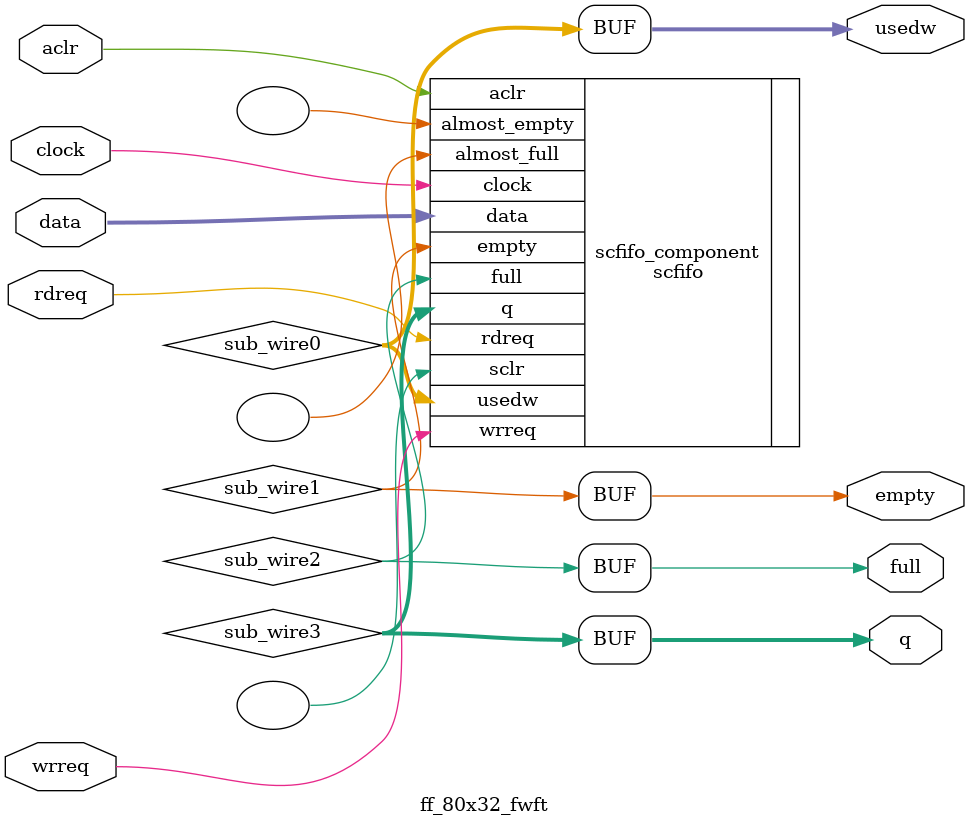
<source format=v>
module ff_80x32_fwft (
	aclr,
	clock,
	data,
	rdreq,
	wrreq,
	empty,
	full,
	q,
	usedw);
	input	  aclr;
	input	  clock;
	input	[79:0]  data;
	input	  rdreq;
	input	  wrreq;
	output	  empty;
	output	  full;
	output	[79:0]  q;
	output	[4:0]  usedw;
	wire [4:0] sub_wire0;
	wire  sub_wire1;
	wire  sub_wire2;
	wire [79:0] sub_wire3;
	wire [4:0] usedw = sub_wire0[4:0];
	wire  empty = sub_wire1;
	wire  full = sub_wire2;
	wire [79:0] q = sub_wire3[79:0];
	scfifo	scfifo_component (
				.clock (clock),
				.wrreq (wrreq),
				.aclr (aclr),
				.data (data),
				.rdreq (rdreq),
				.usedw (sub_wire0),
				.empty (sub_wire1),
				.full (sub_wire2),
				.q (sub_wire3),
				.almost_empty (),
				.almost_full (),
				.sclr ());
	defparam
		scfifo_component.add_ram_output_register = "ON",
		scfifo_component.intended_device_family = "Cyclone V",
		scfifo_component.lpm_hint = "RAM_BLOCK_TYPE=MLAB",
		scfifo_component.lpm_numwords = 32,
		scfifo_component.lpm_showahead = "ON",
		scfifo_component.lpm_type = "scfifo",
		scfifo_component.lpm_width = 80,
		scfifo_component.lpm_widthu = 5,
		scfifo_component.overflow_checking = "ON",
		scfifo_component.underflow_checking = "ON",
		scfifo_component.use_eab = "ON";
endmodule
</source>
